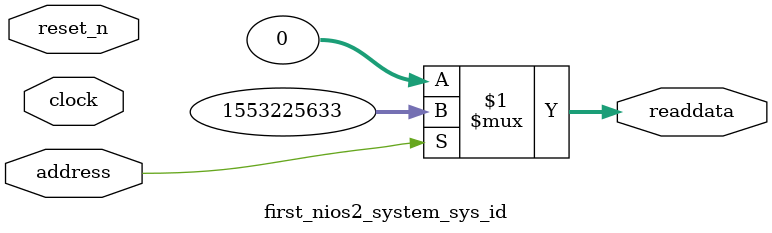
<source format=v>

`timescale 1ns / 1ps
// synthesis translate_on

// turn off superfluous verilog processor warnings 
// altera message_level Level1 
// altera message_off 10034 10035 10036 10037 10230 10240 10030 

module first_nios2_system_sys_id (
               // inputs:
                address,
                clock,
                reset_n,

               // outputs:
                readdata
             )
;

  output  [ 31: 0] readdata;
  input            address;
  input            clock;
  input            reset_n;

  wire    [ 31: 0] readdata;
  //control_slave, which is an e_avalon_slave
  assign readdata = address ? 1553225633 : 0;

endmodule




</source>
